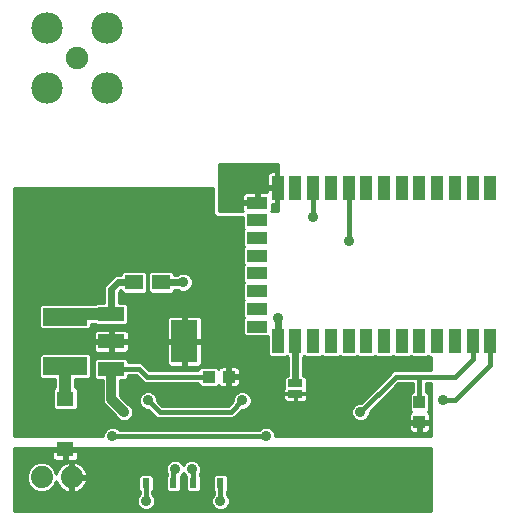
<source format=gbl>
G75*
%MOIN*%
%OFA0B0*%
%FSLAX25Y25*%
%IPPOS*%
%LPD*%
%AMOC8*
5,1,8,0,0,1.08239X$1,22.5*
%
%ADD10R,0.03937X0.07874*%
%ADD11R,0.07087X0.03937*%
%ADD12C,0.07500*%
%ADD13C,0.10500*%
%ADD14R,0.08800X0.04800*%
%ADD15R,0.08661X0.14173*%
%ADD16R,0.04331X0.03937*%
%ADD17R,0.14567X0.05906*%
%ADD18C,0.07400*%
%ADD19R,0.05787X0.05000*%
%ADD20R,0.05000X0.02500*%
%ADD21R,0.03937X0.04331*%
%ADD22R,0.06000X0.05000*%
%ADD23R,0.02480X0.03268*%
%ADD24C,0.04000*%
%ADD25C,0.02400*%
%ADD26C,0.01000*%
%ADD27C,0.03569*%
%ADD28C,0.03200*%
%ADD29C,0.01600*%
D10*
X0092096Y0060953D03*
X0098001Y0060953D03*
X0103907Y0060953D03*
X0109812Y0060953D03*
X0115718Y0060953D03*
X0121623Y0060953D03*
X0127529Y0060953D03*
X0133434Y0060953D03*
X0139340Y0060953D03*
X0145245Y0060953D03*
X0151151Y0060953D03*
X0157056Y0060953D03*
X0162962Y0060953D03*
X0162962Y0112134D03*
X0157056Y0112134D03*
X0151151Y0112134D03*
X0145245Y0112134D03*
X0139340Y0112134D03*
X0133434Y0112134D03*
X0127529Y0112134D03*
X0121623Y0112134D03*
X0115718Y0112134D03*
X0109812Y0112134D03*
X0103907Y0112134D03*
X0098001Y0112134D03*
X0092096Y0112134D03*
D11*
X0085206Y0107213D03*
X0085206Y0101308D03*
X0085206Y0095402D03*
X0085206Y0089497D03*
X0085206Y0083591D03*
X0085206Y0077686D03*
X0085206Y0071780D03*
X0085206Y0065875D03*
D12*
X0025167Y0155441D03*
D13*
X0035206Y0165480D03*
X0015128Y0165480D03*
X0015128Y0145402D03*
X0035206Y0145402D03*
D14*
X0036589Y0070053D03*
X0036589Y0060953D03*
X0036589Y0051853D03*
D15*
X0060989Y0060953D03*
D16*
X0069064Y0049142D03*
X0075757Y0049142D03*
D17*
X0021230Y0052686D03*
X0021230Y0069221D03*
D18*
X0023356Y0015678D03*
X0013356Y0015678D03*
D19*
X0021230Y0024930D03*
X0021230Y0041859D03*
D20*
X0098001Y0043434D03*
X0098001Y0046977D03*
D21*
X0139340Y0040678D03*
X0139340Y0033985D03*
D22*
X0053289Y0080638D03*
X0044289Y0080638D03*
D23*
X0048198Y0013709D03*
X0057253Y0013709D03*
X0063946Y0013709D03*
X0073001Y0013709D03*
D24*
X0021230Y0041859D02*
X0021230Y0052686D01*
X0021230Y0069221D02*
X0022062Y0070053D01*
X0036589Y0070053D01*
D25*
X0036589Y0078281D01*
X0038946Y0080638D01*
X0044289Y0080638D01*
X0053289Y0080638D02*
X0060600Y0080638D01*
X0092096Y0068827D02*
X0092096Y0060953D01*
X0098001Y0060953D02*
X0098001Y0046977D01*
D26*
X0004045Y0025520D02*
X0004045Y0004398D01*
X0143277Y0004398D01*
X0143277Y0025520D01*
X0025623Y0025520D01*
X0025623Y0025430D01*
X0021730Y0025430D01*
X0021730Y0024430D01*
X0025623Y0024430D01*
X0025623Y0022232D01*
X0025521Y0021851D01*
X0025324Y0021509D01*
X0025044Y0021229D01*
X0024702Y0021032D01*
X0024321Y0020930D01*
X0021730Y0020930D01*
X0021730Y0024430D01*
X0020730Y0024430D01*
X0020730Y0020930D01*
X0018138Y0020930D01*
X0017757Y0021032D01*
X0017415Y0021229D01*
X0017136Y0021509D01*
X0016938Y0021851D01*
X0016836Y0022232D01*
X0016836Y0024430D01*
X0020730Y0024430D01*
X0020730Y0025430D01*
X0016836Y0025430D01*
X0016836Y0025520D01*
X0004045Y0025520D01*
X0004045Y0024864D02*
X0020730Y0024864D01*
X0020730Y0023865D02*
X0021730Y0023865D01*
X0021730Y0022867D02*
X0020730Y0022867D01*
X0020730Y0021868D02*
X0021730Y0021868D01*
X0022138Y0020750D02*
X0021360Y0020497D01*
X0020630Y0020125D01*
X0019968Y0019644D01*
X0019389Y0019065D01*
X0018908Y0018403D01*
X0018537Y0017674D01*
X0018284Y0016895D01*
X0018278Y0016860D01*
X0017594Y0018510D01*
X0016188Y0019916D01*
X0014350Y0020678D01*
X0012361Y0020678D01*
X0010523Y0019916D01*
X0009117Y0018510D01*
X0008356Y0016672D01*
X0008356Y0014683D01*
X0009117Y0012845D01*
X0010523Y0011439D01*
X0012361Y0010678D01*
X0014350Y0010678D01*
X0016188Y0011439D01*
X0017594Y0012845D01*
X0018278Y0014496D01*
X0018284Y0014460D01*
X0018537Y0013682D01*
X0018908Y0012952D01*
X0019389Y0012290D01*
X0019968Y0011711D01*
X0020630Y0011230D01*
X0021360Y0010859D01*
X0022138Y0010606D01*
X0022856Y0010492D01*
X0022856Y0015178D01*
X0023856Y0015178D01*
X0023856Y0016178D01*
X0022856Y0016178D01*
X0022856Y0020863D01*
X0022138Y0020750D01*
X0022856Y0019871D02*
X0023856Y0019871D01*
X0023856Y0020863D02*
X0023856Y0016178D01*
X0028541Y0016178D01*
X0028428Y0016895D01*
X0028175Y0017674D01*
X0027803Y0018403D01*
X0027322Y0019065D01*
X0026743Y0019644D01*
X0026081Y0020125D01*
X0025352Y0020497D01*
X0024573Y0020750D01*
X0023856Y0020863D01*
X0025526Y0021868D02*
X0143277Y0021868D01*
X0143277Y0020870D02*
X0065281Y0020870D01*
X0065103Y0021048D02*
X0063969Y0021518D01*
X0062742Y0021518D01*
X0061609Y0021048D01*
X0060741Y0020181D01*
X0060600Y0019840D01*
X0060459Y0020181D01*
X0059591Y0021048D01*
X0058457Y0021518D01*
X0057230Y0021518D01*
X0056097Y0021048D01*
X0055229Y0020181D01*
X0054760Y0019047D01*
X0054760Y0017820D01*
X0055153Y0016870D01*
X0055153Y0016322D01*
X0054713Y0015882D01*
X0054713Y0011537D01*
X0055475Y0010775D01*
X0059032Y0010775D01*
X0059793Y0011537D01*
X0059793Y0015882D01*
X0059723Y0015951D01*
X0060459Y0016686D01*
X0060600Y0017027D01*
X0060741Y0016686D01*
X0061476Y0015951D01*
X0061406Y0015882D01*
X0061406Y0011537D01*
X0062168Y0010775D01*
X0065725Y0010775D01*
X0066486Y0011537D01*
X0066486Y0015882D01*
X0066046Y0016322D01*
X0066046Y0016870D01*
X0066440Y0017820D01*
X0066440Y0019047D01*
X0065970Y0020181D01*
X0065103Y0021048D01*
X0066098Y0019871D02*
X0143277Y0019871D01*
X0143277Y0018873D02*
X0066440Y0018873D01*
X0066440Y0017874D02*
X0143277Y0017874D01*
X0143277Y0016876D02*
X0066049Y0016876D01*
X0066486Y0015877D02*
X0070461Y0015877D01*
X0070461Y0015882D02*
X0070461Y0011537D01*
X0070901Y0011097D01*
X0070901Y0010065D01*
X0070387Y0009551D01*
X0069917Y0008417D01*
X0069917Y0007190D01*
X0070387Y0006057D01*
X0071254Y0005189D01*
X0072388Y0004719D01*
X0073615Y0004719D01*
X0074748Y0005189D01*
X0075616Y0006057D01*
X0076086Y0007190D01*
X0076086Y0008417D01*
X0075616Y0009551D01*
X0075101Y0010065D01*
X0075101Y0011097D01*
X0075541Y0011537D01*
X0075541Y0015882D01*
X0074780Y0016643D01*
X0071223Y0016643D01*
X0070461Y0015882D01*
X0070461Y0014879D02*
X0066486Y0014879D01*
X0066486Y0013880D02*
X0070461Y0013880D01*
X0070461Y0012882D02*
X0066486Y0012882D01*
X0066486Y0011883D02*
X0070461Y0011883D01*
X0070901Y0010885D02*
X0065834Y0010885D01*
X0062058Y0010885D02*
X0059141Y0010885D01*
X0059793Y0011883D02*
X0061406Y0011883D01*
X0061406Y0012882D02*
X0059793Y0012882D01*
X0059793Y0013880D02*
X0061406Y0013880D01*
X0061406Y0014879D02*
X0059793Y0014879D01*
X0059793Y0015877D02*
X0061406Y0015877D01*
X0060663Y0016876D02*
X0060537Y0016876D01*
X0060587Y0019871D02*
X0060613Y0019871D01*
X0061430Y0020870D02*
X0059769Y0020870D01*
X0055918Y0020870D02*
X0004045Y0020870D01*
X0004045Y0021868D02*
X0016933Y0021868D01*
X0016836Y0022867D02*
X0004045Y0022867D01*
X0004045Y0023865D02*
X0016836Y0023865D01*
X0021730Y0024864D02*
X0143277Y0024864D01*
X0143277Y0023865D02*
X0025623Y0023865D01*
X0025623Y0022867D02*
X0143277Y0022867D01*
X0143277Y0029457D02*
X0091243Y0029457D01*
X0091243Y0030071D01*
X0090773Y0031204D01*
X0089906Y0032072D01*
X0088772Y0032541D01*
X0087545Y0032541D01*
X0086412Y0032072D01*
X0085897Y0031557D01*
X0039239Y0031557D01*
X0038725Y0032072D01*
X0037591Y0032541D01*
X0036364Y0032541D01*
X0035231Y0032072D01*
X0034363Y0031204D01*
X0033893Y0030071D01*
X0033893Y0029457D01*
X0004045Y0029457D01*
X0004045Y0112134D01*
X0070611Y0112134D01*
X0070611Y0103515D01*
X0071665Y0102460D01*
X0080363Y0102460D01*
X0080363Y0098801D01*
X0080809Y0098355D01*
X0080363Y0097909D01*
X0080363Y0092895D01*
X0080809Y0092449D01*
X0080363Y0092004D01*
X0080363Y0086990D01*
X0080809Y0086544D01*
X0080363Y0086098D01*
X0080363Y0081084D01*
X0080809Y0080638D01*
X0080363Y0080193D01*
X0080363Y0075179D01*
X0080809Y0074733D01*
X0080363Y0074287D01*
X0080363Y0069273D01*
X0080809Y0068827D01*
X0080363Y0068382D01*
X0080363Y0063368D01*
X0081124Y0062606D01*
X0088827Y0062606D01*
X0088827Y0056478D01*
X0089589Y0055716D01*
X0094603Y0055716D01*
X0095049Y0056162D01*
X0095494Y0055716D01*
X0095501Y0055716D01*
X0095501Y0049527D01*
X0094963Y0049527D01*
X0094201Y0048765D01*
X0094201Y0045432D01*
X0094104Y0045263D01*
X0094001Y0044881D01*
X0094001Y0043559D01*
X0097876Y0043559D01*
X0097876Y0043309D01*
X0094001Y0043309D01*
X0094001Y0041986D01*
X0094104Y0041605D01*
X0094301Y0041263D01*
X0094580Y0040983D01*
X0094922Y0040786D01*
X0095304Y0040684D01*
X0097876Y0040684D01*
X0097876Y0043309D01*
X0098126Y0043309D01*
X0098126Y0043559D01*
X0102001Y0043559D01*
X0102001Y0044881D01*
X0101899Y0045263D01*
X0101801Y0045432D01*
X0101801Y0048765D01*
X0101040Y0049527D01*
X0100501Y0049527D01*
X0100501Y0055716D01*
X0100508Y0055716D01*
X0100954Y0056162D01*
X0101400Y0055716D01*
X0106414Y0055716D01*
X0106860Y0056162D01*
X0107305Y0055716D01*
X0112319Y0055716D01*
X0112765Y0056162D01*
X0113211Y0055716D01*
X0118225Y0055716D01*
X0118671Y0056162D01*
X0119116Y0055716D01*
X0124130Y0055716D01*
X0124576Y0056162D01*
X0125022Y0055716D01*
X0130036Y0055716D01*
X0130482Y0056162D01*
X0130927Y0055716D01*
X0135941Y0055716D01*
X0136387Y0056162D01*
X0136833Y0055716D01*
X0141847Y0055716D01*
X0142293Y0056162D01*
X0142738Y0055716D01*
X0143277Y0055716D01*
X0143277Y0051242D01*
X0130596Y0051242D01*
X0129366Y0050012D01*
X0119769Y0040415D01*
X0119041Y0040415D01*
X0117908Y0039946D01*
X0117040Y0039078D01*
X0116571Y0037945D01*
X0116571Y0036718D01*
X0117040Y0035584D01*
X0117908Y0034717D01*
X0119041Y0034247D01*
X0120268Y0034247D01*
X0121402Y0034717D01*
X0122270Y0035584D01*
X0122739Y0036718D01*
X0122739Y0037446D01*
X0132336Y0047042D01*
X0137240Y0047042D01*
X0137240Y0044143D01*
X0136833Y0044143D01*
X0136071Y0043382D01*
X0136071Y0037974D01*
X0136605Y0037440D01*
X0136450Y0037350D01*
X0136171Y0037071D01*
X0135974Y0036729D01*
X0135871Y0036348D01*
X0135871Y0034469D01*
X0138856Y0034469D01*
X0138856Y0033500D01*
X0139824Y0033500D01*
X0139824Y0030319D01*
X0141506Y0030319D01*
X0141887Y0030422D01*
X0142229Y0030619D01*
X0142509Y0030898D01*
X0142706Y0031240D01*
X0142808Y0031622D01*
X0142808Y0033500D01*
X0139824Y0033500D01*
X0139824Y0034469D01*
X0142808Y0034469D01*
X0142808Y0036348D01*
X0142706Y0036729D01*
X0142509Y0037071D01*
X0142229Y0037350D01*
X0142074Y0037440D01*
X0142608Y0037974D01*
X0142608Y0043382D01*
X0141847Y0044143D01*
X0141440Y0044143D01*
X0141440Y0047042D01*
X0143277Y0047042D01*
X0143277Y0029457D01*
X0143277Y0029856D02*
X0091243Y0029856D01*
X0090918Y0030855D02*
X0136214Y0030855D01*
X0136171Y0030898D02*
X0136450Y0030619D01*
X0136792Y0030422D01*
X0137174Y0030319D01*
X0138856Y0030319D01*
X0138856Y0033500D01*
X0135871Y0033500D01*
X0135871Y0031622D01*
X0135974Y0031240D01*
X0136171Y0030898D01*
X0135871Y0031853D02*
X0090124Y0031853D01*
X0086193Y0031853D02*
X0038943Y0031853D01*
X0040301Y0034247D02*
X0041528Y0034247D01*
X0042662Y0034717D01*
X0043529Y0035584D01*
X0043999Y0036718D01*
X0043999Y0037945D01*
X0043529Y0039078D01*
X0042662Y0039946D01*
X0042217Y0040130D01*
X0039489Y0042858D01*
X0039489Y0048153D01*
X0041527Y0048153D01*
X0042289Y0048915D01*
X0042289Y0049753D01*
X0044814Y0049753D01*
X0047525Y0047042D01*
X0065599Y0047042D01*
X0065599Y0046635D01*
X0066360Y0045874D01*
X0071768Y0045874D01*
X0072302Y0046408D01*
X0072392Y0046253D01*
X0072671Y0045973D01*
X0073013Y0045776D01*
X0073394Y0045674D01*
X0075273Y0045674D01*
X0075273Y0048658D01*
X0076241Y0048658D01*
X0076241Y0045674D01*
X0078120Y0045674D01*
X0078502Y0045776D01*
X0078844Y0045973D01*
X0079123Y0046253D01*
X0079320Y0046595D01*
X0079423Y0046976D01*
X0079423Y0048658D01*
X0076242Y0048658D01*
X0076242Y0049627D01*
X0079423Y0049627D01*
X0079423Y0051308D01*
X0079320Y0051690D01*
X0079123Y0052032D01*
X0078844Y0052311D01*
X0078502Y0052509D01*
X0078120Y0052611D01*
X0076241Y0052611D01*
X0076241Y0049627D01*
X0075273Y0049627D01*
X0075273Y0052611D01*
X0073394Y0052611D01*
X0073013Y0052509D01*
X0072671Y0052311D01*
X0072392Y0052032D01*
X0072302Y0051877D01*
X0071768Y0052411D01*
X0066360Y0052411D01*
X0065599Y0051649D01*
X0065599Y0051242D01*
X0049265Y0051242D01*
X0047784Y0052723D01*
X0046554Y0053953D01*
X0042289Y0053953D01*
X0042289Y0054792D01*
X0041527Y0055553D01*
X0031650Y0055553D01*
X0030889Y0054792D01*
X0030889Y0048915D01*
X0031650Y0048153D01*
X0033689Y0048153D01*
X0033689Y0041080D01*
X0034130Y0040014D01*
X0038116Y0036029D01*
X0038300Y0035584D01*
X0039168Y0034717D01*
X0040301Y0034247D01*
X0039035Y0034849D02*
X0004045Y0034849D01*
X0004045Y0033851D02*
X0138856Y0033851D01*
X0139824Y0033851D02*
X0143277Y0033851D01*
X0143277Y0034849D02*
X0142808Y0034849D01*
X0142808Y0035848D02*
X0143277Y0035848D01*
X0143277Y0036846D02*
X0142639Y0036846D01*
X0142479Y0037845D02*
X0143277Y0037845D01*
X0143277Y0038843D02*
X0142608Y0038843D01*
X0142608Y0039842D02*
X0143277Y0039842D01*
X0143277Y0040840D02*
X0142608Y0040840D01*
X0142608Y0041839D02*
X0143277Y0041839D01*
X0143277Y0042837D02*
X0142608Y0042837D01*
X0142154Y0043836D02*
X0143277Y0043836D01*
X0143277Y0044834D02*
X0141440Y0044834D01*
X0141440Y0045833D02*
X0143277Y0045833D01*
X0143277Y0046831D02*
X0141440Y0046831D01*
X0137240Y0046831D02*
X0132125Y0046831D01*
X0131126Y0045833D02*
X0137240Y0045833D01*
X0137240Y0044834D02*
X0130128Y0044834D01*
X0129129Y0043836D02*
X0136526Y0043836D01*
X0136071Y0042837D02*
X0128131Y0042837D01*
X0127132Y0041839D02*
X0136071Y0041839D01*
X0136071Y0040840D02*
X0126134Y0040840D01*
X0125135Y0039842D02*
X0136071Y0039842D01*
X0136071Y0038843D02*
X0124137Y0038843D01*
X0123138Y0037845D02*
X0136201Y0037845D01*
X0136041Y0036846D02*
X0122739Y0036846D01*
X0122379Y0035848D02*
X0135871Y0035848D01*
X0135871Y0034849D02*
X0121534Y0034849D01*
X0117775Y0034849D02*
X0042794Y0034849D01*
X0043638Y0035848D02*
X0051240Y0035848D01*
X0050626Y0036461D02*
X0051856Y0035231D01*
X0077218Y0035231D01*
X0080170Y0038184D01*
X0080898Y0038184D01*
X0082032Y0038654D01*
X0082899Y0039521D01*
X0083369Y0040655D01*
X0083369Y0041882D01*
X0082899Y0043015D01*
X0082032Y0043883D01*
X0080898Y0044352D01*
X0079671Y0044352D01*
X0078538Y0043883D01*
X0077670Y0043015D01*
X0077201Y0041882D01*
X0077201Y0041154D01*
X0075478Y0039431D01*
X0053596Y0039431D01*
X0051873Y0041154D01*
X0051873Y0041882D01*
X0051403Y0043015D01*
X0050536Y0043883D01*
X0049402Y0044352D01*
X0048175Y0044352D01*
X0047042Y0043883D01*
X0046174Y0043015D01*
X0045704Y0041882D01*
X0045704Y0040655D01*
X0046174Y0039521D01*
X0047042Y0038654D01*
X0048175Y0038184D01*
X0048903Y0038184D01*
X0050626Y0036461D01*
X0050241Y0036846D02*
X0043999Y0036846D01*
X0043999Y0037845D02*
X0049243Y0037845D01*
X0046852Y0038843D02*
X0043627Y0038843D01*
X0042766Y0039842D02*
X0046041Y0039842D01*
X0045704Y0040840D02*
X0041507Y0040840D01*
X0040509Y0041839D02*
X0045704Y0041839D01*
X0046100Y0042837D02*
X0039510Y0042837D01*
X0039489Y0043836D02*
X0046994Y0043836D01*
X0050583Y0043836D02*
X0078490Y0043836D01*
X0077596Y0042837D02*
X0051477Y0042837D01*
X0051873Y0041839D02*
X0077201Y0041839D01*
X0076887Y0040840D02*
X0052187Y0040840D01*
X0053185Y0039842D02*
X0075888Y0039842D01*
X0078832Y0036846D02*
X0116571Y0036846D01*
X0116571Y0037845D02*
X0079831Y0037845D01*
X0082221Y0038843D02*
X0116943Y0038843D01*
X0117803Y0039842D02*
X0083032Y0039842D01*
X0083369Y0040840D02*
X0094828Y0040840D01*
X0094041Y0041839D02*
X0083369Y0041839D01*
X0082973Y0042837D02*
X0094001Y0042837D01*
X0094001Y0043836D02*
X0082079Y0043836D01*
X0079384Y0046831D02*
X0094201Y0046831D01*
X0094201Y0045833D02*
X0078600Y0045833D01*
X0079423Y0047830D02*
X0094201Y0047830D01*
X0094264Y0048828D02*
X0076242Y0048828D01*
X0076241Y0047830D02*
X0075273Y0047830D01*
X0075273Y0046831D02*
X0076241Y0046831D01*
X0076241Y0045833D02*
X0075273Y0045833D01*
X0072915Y0045833D02*
X0039489Y0045833D01*
X0039489Y0046831D02*
X0065599Y0046831D01*
X0065773Y0051824D02*
X0048683Y0051824D01*
X0047685Y0052822D02*
X0055582Y0052822D01*
X0055458Y0052946D02*
X0055738Y0052666D01*
X0056080Y0052469D01*
X0056461Y0052367D01*
X0060490Y0052367D01*
X0060490Y0060453D01*
X0061489Y0060453D01*
X0061489Y0052367D01*
X0065518Y0052367D01*
X0065899Y0052469D01*
X0066241Y0052666D01*
X0066520Y0052946D01*
X0066718Y0053288D01*
X0066820Y0053669D01*
X0066820Y0060453D01*
X0061490Y0060453D01*
X0061490Y0061453D01*
X0066820Y0061453D01*
X0066820Y0068237D01*
X0066718Y0068619D01*
X0066520Y0068961D01*
X0066241Y0069240D01*
X0065899Y0069438D01*
X0065518Y0069540D01*
X0061489Y0069540D01*
X0061489Y0061453D01*
X0060490Y0061453D01*
X0060490Y0069540D01*
X0056461Y0069540D01*
X0056080Y0069438D01*
X0055738Y0069240D01*
X0055458Y0068961D01*
X0055261Y0068619D01*
X0055159Y0068237D01*
X0055159Y0061453D01*
X0060489Y0061453D01*
X0060489Y0060453D01*
X0055159Y0060453D01*
X0055159Y0053669D01*
X0055261Y0053288D01*
X0055458Y0052946D01*
X0055159Y0053821D02*
X0046686Y0053821D01*
X0042189Y0057632D02*
X0042386Y0057974D01*
X0042489Y0058356D01*
X0042489Y0060453D01*
X0037089Y0060453D01*
X0037089Y0061453D01*
X0042489Y0061453D01*
X0042489Y0063551D01*
X0042386Y0063932D01*
X0042189Y0064274D01*
X0041910Y0064554D01*
X0041568Y0064751D01*
X0041186Y0064853D01*
X0037089Y0064853D01*
X0037089Y0061453D01*
X0036089Y0061453D01*
X0036089Y0064853D01*
X0031991Y0064853D01*
X0031610Y0064751D01*
X0031268Y0064554D01*
X0030988Y0064274D01*
X0030791Y0063932D01*
X0030689Y0063551D01*
X0030689Y0061453D01*
X0036089Y0061453D01*
X0036089Y0060453D01*
X0037089Y0060453D01*
X0037089Y0057053D01*
X0041186Y0057053D01*
X0041568Y0057155D01*
X0041910Y0057353D01*
X0042189Y0057632D01*
X0042294Y0057815D02*
X0055159Y0057815D01*
X0055159Y0058813D02*
X0042489Y0058813D01*
X0042489Y0059812D02*
X0055159Y0059812D01*
X0055159Y0061809D02*
X0042489Y0061809D01*
X0042489Y0062807D02*
X0055159Y0062807D01*
X0055159Y0063806D02*
X0042420Y0063806D01*
X0041369Y0064804D02*
X0055159Y0064804D01*
X0055159Y0065803D02*
X0029813Y0065803D01*
X0029813Y0065730D02*
X0029813Y0066753D01*
X0031250Y0066753D01*
X0031650Y0066353D01*
X0041527Y0066353D01*
X0042289Y0067115D01*
X0042289Y0072992D01*
X0041527Y0073753D01*
X0039089Y0073753D01*
X0039089Y0077245D01*
X0039982Y0078138D01*
X0039989Y0078138D01*
X0039989Y0077600D01*
X0040750Y0076838D01*
X0047827Y0076838D01*
X0048589Y0077600D01*
X0048589Y0083677D01*
X0047827Y0084438D01*
X0040750Y0084438D01*
X0039989Y0083677D01*
X0039989Y0083138D01*
X0038449Y0083138D01*
X0037530Y0082758D01*
X0036827Y0082054D01*
X0034469Y0079697D01*
X0034089Y0078778D01*
X0034089Y0073753D01*
X0031650Y0073753D01*
X0031250Y0073353D01*
X0029172Y0073353D01*
X0029052Y0073474D01*
X0013408Y0073474D01*
X0012646Y0072712D01*
X0012646Y0065730D01*
X0013408Y0064968D01*
X0029052Y0064968D01*
X0029813Y0065730D01*
X0031809Y0064804D02*
X0004045Y0064804D01*
X0004045Y0063806D02*
X0030757Y0063806D01*
X0030689Y0062807D02*
X0004045Y0062807D01*
X0004045Y0061809D02*
X0030689Y0061809D01*
X0030689Y0060453D02*
X0030689Y0058356D01*
X0030791Y0057974D01*
X0030988Y0057632D01*
X0031268Y0057353D01*
X0031610Y0057155D01*
X0031991Y0057053D01*
X0036089Y0057053D01*
X0036089Y0060453D01*
X0030689Y0060453D01*
X0030689Y0059812D02*
X0004045Y0059812D01*
X0004045Y0060810D02*
X0036089Y0060810D01*
X0036089Y0059812D02*
X0037089Y0059812D01*
X0037089Y0060810D02*
X0060489Y0060810D01*
X0060490Y0059812D02*
X0061489Y0059812D01*
X0061490Y0060810D02*
X0088827Y0060810D01*
X0088827Y0059812D02*
X0066820Y0059812D01*
X0066820Y0058813D02*
X0088827Y0058813D01*
X0088827Y0057815D02*
X0066820Y0057815D01*
X0066820Y0056816D02*
X0088827Y0056816D01*
X0089487Y0055818D02*
X0066820Y0055818D01*
X0066820Y0054819D02*
X0095501Y0054819D01*
X0095501Y0053821D02*
X0066820Y0053821D01*
X0066397Y0052822D02*
X0095501Y0052822D01*
X0095501Y0051824D02*
X0079243Y0051824D01*
X0079423Y0050825D02*
X0095501Y0050825D01*
X0095501Y0049827D02*
X0079423Y0049827D01*
X0076241Y0049827D02*
X0075273Y0049827D01*
X0075273Y0050825D02*
X0076241Y0050825D01*
X0076241Y0051824D02*
X0075273Y0051824D01*
X0066820Y0061809D02*
X0088827Y0061809D01*
X0094704Y0055818D02*
X0095393Y0055818D01*
X0100501Y0054819D02*
X0143277Y0054819D01*
X0143277Y0053821D02*
X0100501Y0053821D01*
X0100501Y0052822D02*
X0143277Y0052822D01*
X0143277Y0051824D02*
X0100501Y0051824D01*
X0100501Y0050825D02*
X0130179Y0050825D01*
X0129180Y0049827D02*
X0100501Y0049827D01*
X0101738Y0048828D02*
X0128182Y0048828D01*
X0127183Y0047830D02*
X0101801Y0047830D01*
X0101801Y0046831D02*
X0126185Y0046831D01*
X0125186Y0045833D02*
X0101801Y0045833D01*
X0102001Y0044834D02*
X0124188Y0044834D01*
X0123189Y0043836D02*
X0102001Y0043836D01*
X0102001Y0043309D02*
X0098126Y0043309D01*
X0098126Y0040684D01*
X0100699Y0040684D01*
X0101080Y0040786D01*
X0101422Y0040983D01*
X0101702Y0041263D01*
X0101899Y0041605D01*
X0102001Y0041986D01*
X0102001Y0043309D01*
X0102001Y0042837D02*
X0122191Y0042837D01*
X0121192Y0041839D02*
X0101962Y0041839D01*
X0101174Y0040840D02*
X0120194Y0040840D01*
X0116931Y0035848D02*
X0077834Y0035848D01*
X0094001Y0044834D02*
X0039489Y0044834D01*
X0039489Y0047830D02*
X0046738Y0047830D01*
X0045739Y0048828D02*
X0042202Y0048828D01*
X0042261Y0054819D02*
X0055159Y0054819D01*
X0055159Y0055818D02*
X0029813Y0055818D01*
X0029813Y0056177D02*
X0029052Y0056938D01*
X0013408Y0056938D01*
X0012646Y0056177D01*
X0012646Y0049194D01*
X0013408Y0048433D01*
X0017930Y0048433D01*
X0017930Y0045659D01*
X0017797Y0045659D01*
X0017036Y0044897D01*
X0017036Y0038820D01*
X0017797Y0038059D01*
X0024662Y0038059D01*
X0025423Y0038820D01*
X0025423Y0044897D01*
X0024662Y0045659D01*
X0024530Y0045659D01*
X0024530Y0048433D01*
X0029052Y0048433D01*
X0029813Y0049194D01*
X0029813Y0056177D01*
X0029174Y0056816D02*
X0055159Y0056816D01*
X0060490Y0056816D02*
X0061489Y0056816D01*
X0061489Y0055818D02*
X0060490Y0055818D01*
X0060490Y0054819D02*
X0061489Y0054819D01*
X0061489Y0053821D02*
X0060490Y0053821D01*
X0060490Y0052822D02*
X0061489Y0052822D01*
X0061489Y0057815D02*
X0060490Y0057815D01*
X0060490Y0058813D02*
X0061489Y0058813D01*
X0061489Y0061809D02*
X0060490Y0061809D01*
X0060490Y0062807D02*
X0061489Y0062807D01*
X0061489Y0063806D02*
X0060490Y0063806D01*
X0060490Y0064804D02*
X0061489Y0064804D01*
X0061489Y0065803D02*
X0060490Y0065803D01*
X0060490Y0066801D02*
X0061489Y0066801D01*
X0061489Y0067800D02*
X0060490Y0067800D01*
X0060490Y0068798D02*
X0061489Y0068798D01*
X0066614Y0068798D02*
X0080780Y0068798D01*
X0080363Y0067800D02*
X0066820Y0067800D01*
X0066820Y0066801D02*
X0080363Y0066801D01*
X0080363Y0065803D02*
X0066820Y0065803D01*
X0066820Y0064804D02*
X0080363Y0064804D01*
X0080363Y0063806D02*
X0066820Y0063806D01*
X0066820Y0062807D02*
X0080923Y0062807D01*
X0080363Y0069797D02*
X0042289Y0069797D01*
X0042289Y0070795D02*
X0080363Y0070795D01*
X0080363Y0071794D02*
X0042289Y0071794D01*
X0042289Y0072792D02*
X0080363Y0072792D01*
X0080363Y0073791D02*
X0039089Y0073791D01*
X0039089Y0074789D02*
X0080752Y0074789D01*
X0080363Y0075788D02*
X0039089Y0075788D01*
X0039089Y0076787D02*
X0080363Y0076787D01*
X0080363Y0077785D02*
X0061771Y0077785D01*
X0061213Y0077554D02*
X0062347Y0078024D01*
X0063214Y0078891D01*
X0063684Y0080025D01*
X0063684Y0081252D01*
X0063214Y0082385D01*
X0062347Y0083253D01*
X0061213Y0083723D01*
X0059986Y0083723D01*
X0058853Y0083253D01*
X0058738Y0083138D01*
X0057589Y0083138D01*
X0057589Y0083677D01*
X0056827Y0084438D01*
X0049750Y0084438D01*
X0048989Y0083677D01*
X0048989Y0077600D01*
X0049750Y0076838D01*
X0056827Y0076838D01*
X0057589Y0077600D01*
X0057589Y0078138D01*
X0058738Y0078138D01*
X0058853Y0078024D01*
X0059986Y0077554D01*
X0061213Y0077554D01*
X0059429Y0077785D02*
X0057589Y0077785D01*
X0063107Y0078784D02*
X0080363Y0078784D01*
X0080363Y0079782D02*
X0063583Y0079782D01*
X0063684Y0080781D02*
X0080666Y0080781D01*
X0080363Y0081779D02*
X0063466Y0081779D01*
X0062822Y0082778D02*
X0080363Y0082778D01*
X0080363Y0083776D02*
X0057489Y0083776D01*
X0049088Y0083776D02*
X0048489Y0083776D01*
X0048589Y0082778D02*
X0048989Y0082778D01*
X0048989Y0081779D02*
X0048589Y0081779D01*
X0048589Y0080781D02*
X0048989Y0080781D01*
X0048989Y0079782D02*
X0048589Y0079782D01*
X0048589Y0078784D02*
X0048989Y0078784D01*
X0048989Y0077785D02*
X0048589Y0077785D01*
X0039989Y0077785D02*
X0039628Y0077785D01*
X0036551Y0081779D02*
X0004045Y0081779D01*
X0004045Y0080781D02*
X0035553Y0080781D01*
X0034554Y0079782D02*
X0004045Y0079782D01*
X0004045Y0078784D02*
X0034091Y0078784D01*
X0034089Y0077785D02*
X0004045Y0077785D01*
X0004045Y0076787D02*
X0034089Y0076787D01*
X0034089Y0075788D02*
X0004045Y0075788D01*
X0004045Y0074789D02*
X0034089Y0074789D01*
X0034089Y0073791D02*
X0004045Y0073791D01*
X0004045Y0072792D02*
X0012726Y0072792D01*
X0012646Y0071794D02*
X0004045Y0071794D01*
X0004045Y0070795D02*
X0012646Y0070795D01*
X0012646Y0069797D02*
X0004045Y0069797D01*
X0004045Y0068798D02*
X0012646Y0068798D01*
X0012646Y0067800D02*
X0004045Y0067800D01*
X0004045Y0066801D02*
X0012646Y0066801D01*
X0012646Y0065803D02*
X0004045Y0065803D01*
X0004045Y0058813D02*
X0030689Y0058813D01*
X0030883Y0057815D02*
X0004045Y0057815D01*
X0004045Y0056816D02*
X0013286Y0056816D01*
X0012646Y0055818D02*
X0004045Y0055818D01*
X0004045Y0054819D02*
X0012646Y0054819D01*
X0012646Y0053821D02*
X0004045Y0053821D01*
X0004045Y0052822D02*
X0012646Y0052822D01*
X0012646Y0051824D02*
X0004045Y0051824D01*
X0004045Y0050825D02*
X0012646Y0050825D01*
X0012646Y0049827D02*
X0004045Y0049827D01*
X0004045Y0048828D02*
X0013012Y0048828D01*
X0017930Y0047830D02*
X0004045Y0047830D01*
X0004045Y0046831D02*
X0017930Y0046831D01*
X0017930Y0045833D02*
X0004045Y0045833D01*
X0004045Y0044834D02*
X0017036Y0044834D01*
X0017036Y0043836D02*
X0004045Y0043836D01*
X0004045Y0042837D02*
X0017036Y0042837D01*
X0017036Y0041839D02*
X0004045Y0041839D01*
X0004045Y0040840D02*
X0017036Y0040840D01*
X0017036Y0039842D02*
X0004045Y0039842D01*
X0004045Y0038843D02*
X0017036Y0038843D01*
X0025423Y0038843D02*
X0035302Y0038843D01*
X0036300Y0037845D02*
X0004045Y0037845D01*
X0004045Y0036846D02*
X0037299Y0036846D01*
X0038191Y0035848D02*
X0004045Y0035848D01*
X0004045Y0032852D02*
X0135871Y0032852D01*
X0138856Y0032852D02*
X0139824Y0032852D01*
X0139824Y0031853D02*
X0138856Y0031853D01*
X0138856Y0030855D02*
X0139824Y0030855D01*
X0142465Y0030855D02*
X0143277Y0030855D01*
X0143277Y0031853D02*
X0142808Y0031853D01*
X0142808Y0032852D02*
X0143277Y0032852D01*
X0143277Y0015877D02*
X0075541Y0015877D01*
X0075541Y0014879D02*
X0143277Y0014879D01*
X0143277Y0013880D02*
X0075541Y0013880D01*
X0075541Y0012882D02*
X0143277Y0012882D01*
X0143277Y0011883D02*
X0075541Y0011883D01*
X0075101Y0010885D02*
X0143277Y0010885D01*
X0143277Y0009886D02*
X0075280Y0009886D01*
X0075891Y0008888D02*
X0143277Y0008888D01*
X0143277Y0007889D02*
X0076086Y0007889D01*
X0075962Y0006891D02*
X0143277Y0006891D01*
X0143277Y0005892D02*
X0075452Y0005892D01*
X0074036Y0004894D02*
X0143277Y0004894D01*
X0098126Y0040840D02*
X0097876Y0040840D01*
X0097876Y0041839D02*
X0098126Y0041839D01*
X0098126Y0042837D02*
X0097876Y0042837D01*
X0100610Y0055818D02*
X0101298Y0055818D01*
X0106515Y0055818D02*
X0107204Y0055818D01*
X0112421Y0055818D02*
X0113109Y0055818D01*
X0118326Y0055818D02*
X0119015Y0055818D01*
X0124232Y0055818D02*
X0124920Y0055818D01*
X0130137Y0055818D02*
X0130826Y0055818D01*
X0136043Y0055818D02*
X0136731Y0055818D01*
X0141948Y0055818D02*
X0142637Y0055818D01*
X0092096Y0104260D02*
X0089886Y0104260D01*
X0089950Y0104324D01*
X0090147Y0104666D01*
X0090249Y0105047D01*
X0090249Y0106697D01*
X0091612Y0106697D01*
X0091612Y0111650D01*
X0092096Y0111650D01*
X0092096Y0104260D01*
X0092096Y0104745D02*
X0090168Y0104745D01*
X0090249Y0105743D02*
X0092096Y0105743D01*
X0092096Y0106742D02*
X0091612Y0106742D01*
X0091612Y0107740D02*
X0092096Y0107740D01*
X0092096Y0108739D02*
X0091612Y0108739D01*
X0091612Y0109737D02*
X0092096Y0109737D01*
X0092096Y0110736D02*
X0091612Y0110736D01*
X0091611Y0111650D02*
X0088627Y0111650D01*
X0088627Y0110682D01*
X0085690Y0110682D01*
X0085690Y0107697D01*
X0084722Y0107697D01*
X0084722Y0106729D01*
X0080163Y0106729D01*
X0080163Y0105047D01*
X0080265Y0104666D01*
X0080462Y0104324D01*
X0080526Y0104260D01*
X0072411Y0104260D01*
X0072411Y0120008D01*
X0092096Y0120008D01*
X0092096Y0112619D01*
X0091612Y0112619D01*
X0091612Y0117571D01*
X0089930Y0117571D01*
X0089548Y0117469D01*
X0089206Y0117272D01*
X0088927Y0116992D01*
X0088730Y0116650D01*
X0088627Y0116269D01*
X0088627Y0112619D01*
X0091611Y0112619D01*
X0091611Y0111650D01*
X0091611Y0111734D02*
X0072411Y0111734D01*
X0072411Y0110736D02*
X0088627Y0110736D01*
X0088627Y0112733D02*
X0072411Y0112733D01*
X0072411Y0113731D02*
X0088627Y0113731D01*
X0088627Y0114730D02*
X0072411Y0114730D01*
X0072411Y0115728D02*
X0088627Y0115728D01*
X0088774Y0116727D02*
X0072411Y0116727D01*
X0072411Y0117725D02*
X0092096Y0117725D01*
X0092096Y0116727D02*
X0091612Y0116727D01*
X0091612Y0115728D02*
X0092096Y0115728D01*
X0092096Y0114730D02*
X0091612Y0114730D01*
X0091612Y0113731D02*
X0092096Y0113731D01*
X0092096Y0112733D02*
X0091612Y0112733D01*
X0085690Y0109737D02*
X0084722Y0109737D01*
X0084722Y0110682D02*
X0081465Y0110682D01*
X0081084Y0110579D01*
X0080742Y0110382D01*
X0080462Y0110103D01*
X0080265Y0109761D01*
X0080163Y0109379D01*
X0080163Y0107697D01*
X0084722Y0107697D01*
X0084722Y0110682D01*
X0084722Y0108739D02*
X0085690Y0108739D01*
X0085690Y0107740D02*
X0084722Y0107740D01*
X0084722Y0106742D02*
X0072411Y0106742D01*
X0072411Y0107740D02*
X0080163Y0107740D01*
X0080163Y0108739D02*
X0072411Y0108739D01*
X0072411Y0109737D02*
X0080259Y0109737D01*
X0080163Y0105743D02*
X0072411Y0105743D01*
X0072411Y0104745D02*
X0080244Y0104745D01*
X0080363Y0101749D02*
X0004045Y0101749D01*
X0004045Y0100751D02*
X0080363Y0100751D01*
X0080363Y0099752D02*
X0004045Y0099752D01*
X0004045Y0098754D02*
X0080410Y0098754D01*
X0080363Y0097755D02*
X0004045Y0097755D01*
X0004045Y0096757D02*
X0080363Y0096757D01*
X0080363Y0095758D02*
X0004045Y0095758D01*
X0004045Y0094760D02*
X0080363Y0094760D01*
X0080363Y0093761D02*
X0004045Y0093761D01*
X0004045Y0092763D02*
X0080495Y0092763D01*
X0080363Y0091764D02*
X0004045Y0091764D01*
X0004045Y0090766D02*
X0080363Y0090766D01*
X0080363Y0089767D02*
X0004045Y0089767D01*
X0004045Y0088769D02*
X0080363Y0088769D01*
X0080363Y0087770D02*
X0004045Y0087770D01*
X0004045Y0086772D02*
X0080581Y0086772D01*
X0080363Y0085773D02*
X0004045Y0085773D01*
X0004045Y0084775D02*
X0080363Y0084775D01*
X0071378Y0102748D02*
X0004045Y0102748D01*
X0004045Y0103746D02*
X0070611Y0103746D01*
X0070611Y0104745D02*
X0004045Y0104745D01*
X0004045Y0105743D02*
X0070611Y0105743D01*
X0070611Y0106742D02*
X0004045Y0106742D01*
X0004045Y0107740D02*
X0070611Y0107740D01*
X0070611Y0108739D02*
X0004045Y0108739D01*
X0004045Y0109737D02*
X0070611Y0109737D01*
X0070611Y0110736D02*
X0004045Y0110736D01*
X0004045Y0111734D02*
X0070611Y0111734D01*
X0072411Y0118724D02*
X0092096Y0118724D01*
X0092096Y0119722D02*
X0072411Y0119722D01*
X0040088Y0083776D02*
X0004045Y0083776D01*
X0004045Y0082778D02*
X0037578Y0082778D01*
X0042289Y0068798D02*
X0055365Y0068798D01*
X0055159Y0067800D02*
X0042289Y0067800D01*
X0041975Y0066801D02*
X0055159Y0066801D01*
X0037089Y0064804D02*
X0036089Y0064804D01*
X0036089Y0063806D02*
X0037089Y0063806D01*
X0037089Y0062807D02*
X0036089Y0062807D01*
X0036089Y0061809D02*
X0037089Y0061809D01*
X0037089Y0058813D02*
X0036089Y0058813D01*
X0036089Y0057815D02*
X0037089Y0057815D01*
X0030916Y0054819D02*
X0029813Y0054819D01*
X0029813Y0053821D02*
X0030889Y0053821D01*
X0030889Y0052822D02*
X0029813Y0052822D01*
X0029813Y0051824D02*
X0030889Y0051824D01*
X0030889Y0050825D02*
X0029813Y0050825D01*
X0029813Y0049827D02*
X0030889Y0049827D01*
X0030975Y0048828D02*
X0029447Y0048828D01*
X0033689Y0047830D02*
X0024530Y0047830D01*
X0024530Y0046831D02*
X0033689Y0046831D01*
X0033689Y0045833D02*
X0024530Y0045833D01*
X0025423Y0044834D02*
X0033689Y0044834D01*
X0033689Y0043836D02*
X0025423Y0043836D01*
X0025423Y0042837D02*
X0033689Y0042837D01*
X0033689Y0041839D02*
X0025423Y0041839D01*
X0025423Y0040840D02*
X0033788Y0040840D01*
X0034303Y0039842D02*
X0025423Y0039842D01*
X0035012Y0031853D02*
X0004045Y0031853D01*
X0004045Y0030855D02*
X0034218Y0030855D01*
X0033893Y0029856D02*
X0004045Y0029856D01*
X0004045Y0019871D02*
X0010478Y0019871D01*
X0009480Y0018873D02*
X0004045Y0018873D01*
X0004045Y0017874D02*
X0008854Y0017874D01*
X0008440Y0016876D02*
X0004045Y0016876D01*
X0004045Y0015877D02*
X0008356Y0015877D01*
X0008356Y0014879D02*
X0004045Y0014879D01*
X0004045Y0013880D02*
X0008688Y0013880D01*
X0009102Y0012882D02*
X0004045Y0012882D01*
X0004045Y0011883D02*
X0010079Y0011883D01*
X0011861Y0010885D02*
X0004045Y0010885D01*
X0004045Y0009886D02*
X0045919Y0009886D01*
X0046098Y0010065D02*
X0045583Y0009551D01*
X0045114Y0008417D01*
X0045114Y0007190D01*
X0045583Y0006057D01*
X0046451Y0005189D01*
X0047585Y0004719D01*
X0048812Y0004719D01*
X0049945Y0005189D01*
X0050813Y0006057D01*
X0051282Y0007190D01*
X0051282Y0008417D01*
X0050813Y0009551D01*
X0050298Y0010065D01*
X0050298Y0011097D01*
X0050738Y0011537D01*
X0050738Y0015882D01*
X0049977Y0016643D01*
X0046420Y0016643D01*
X0045658Y0015882D01*
X0045658Y0011537D01*
X0046098Y0011097D01*
X0046098Y0010065D01*
X0046098Y0010885D02*
X0025403Y0010885D01*
X0025352Y0010859D02*
X0026081Y0011230D01*
X0026743Y0011711D01*
X0027322Y0012290D01*
X0027803Y0012952D01*
X0028175Y0013682D01*
X0028428Y0014460D01*
X0028541Y0015178D01*
X0023856Y0015178D01*
X0023856Y0010492D01*
X0024573Y0010606D01*
X0025352Y0010859D01*
X0023856Y0010885D02*
X0022856Y0010885D01*
X0022856Y0011883D02*
X0023856Y0011883D01*
X0023856Y0012882D02*
X0022856Y0012882D01*
X0022856Y0013880D02*
X0023856Y0013880D01*
X0023856Y0014879D02*
X0022856Y0014879D01*
X0023856Y0015877D02*
X0045658Y0015877D01*
X0045658Y0014879D02*
X0028494Y0014879D01*
X0028239Y0013880D02*
X0045658Y0013880D01*
X0045658Y0012882D02*
X0027752Y0012882D01*
X0026915Y0011883D02*
X0045658Y0011883D01*
X0045309Y0008888D02*
X0004045Y0008888D01*
X0004045Y0007889D02*
X0045114Y0007889D01*
X0045238Y0006891D02*
X0004045Y0006891D01*
X0004045Y0005892D02*
X0045748Y0005892D01*
X0047164Y0004894D02*
X0004045Y0004894D01*
X0014850Y0010885D02*
X0021308Y0010885D01*
X0019796Y0011883D02*
X0016632Y0011883D01*
X0017609Y0012882D02*
X0018959Y0012882D01*
X0018472Y0013880D02*
X0018023Y0013880D01*
X0018271Y0016876D02*
X0018281Y0016876D01*
X0018639Y0017874D02*
X0017858Y0017874D01*
X0017232Y0018873D02*
X0019250Y0018873D01*
X0020281Y0019871D02*
X0016233Y0019871D01*
X0022856Y0018873D02*
X0023856Y0018873D01*
X0023856Y0017874D02*
X0022856Y0017874D01*
X0022856Y0016876D02*
X0023856Y0016876D01*
X0026430Y0019871D02*
X0055101Y0019871D01*
X0054760Y0018873D02*
X0027462Y0018873D01*
X0028072Y0017874D02*
X0054760Y0017874D01*
X0055151Y0016876D02*
X0028431Y0016876D01*
X0050298Y0010885D02*
X0055365Y0010885D01*
X0054713Y0011883D02*
X0050738Y0011883D01*
X0050738Y0012882D02*
X0054713Y0012882D01*
X0054713Y0013880D02*
X0050738Y0013880D01*
X0050738Y0014879D02*
X0054713Y0014879D01*
X0054713Y0015877D02*
X0050738Y0015877D01*
X0050477Y0009886D02*
X0070722Y0009886D01*
X0070112Y0008888D02*
X0051087Y0008888D01*
X0051282Y0007889D02*
X0069917Y0007889D01*
X0070041Y0006891D02*
X0051158Y0006891D01*
X0050648Y0005892D02*
X0070551Y0005892D01*
X0071967Y0004894D02*
X0049232Y0004894D01*
D27*
X0048198Y0007804D03*
X0057844Y0018434D03*
X0063356Y0018434D03*
X0067982Y0017646D03*
X0073001Y0007804D03*
X0088159Y0029457D03*
X0080285Y0041268D03*
X0092096Y0068827D03*
X0115718Y0094418D03*
X0103907Y0102292D03*
X0084222Y0116071D03*
X0076348Y0116071D03*
X0076348Y0108197D03*
X0060600Y0080638D03*
X0025167Y0060953D03*
X0048789Y0041268D03*
X0040915Y0037331D03*
X0036978Y0029457D03*
X0119655Y0037331D03*
X0130974Y0017646D03*
X0147214Y0041268D03*
D28*
X0040915Y0037331D02*
X0036589Y0041657D01*
X0036589Y0051853D01*
D29*
X0045684Y0051853D01*
X0048395Y0049142D01*
X0069064Y0049142D01*
X0080285Y0041268D02*
X0076348Y0037331D01*
X0052726Y0037331D01*
X0048789Y0041268D01*
X0036978Y0029457D02*
X0088159Y0029457D01*
X0073001Y0013709D02*
X0073001Y0007804D01*
X0063946Y0013709D02*
X0063946Y0017843D01*
X0063356Y0018434D01*
X0057844Y0018434D02*
X0057253Y0017843D01*
X0057253Y0013709D01*
X0048198Y0013709D02*
X0048198Y0007804D01*
X0119655Y0037331D02*
X0131466Y0049142D01*
X0139340Y0049142D01*
X0139340Y0040678D01*
X0147214Y0041268D02*
X0151151Y0041268D01*
X0162962Y0053079D01*
X0162962Y0060953D01*
X0157056Y0060953D02*
X0157056Y0055048D01*
X0151151Y0049142D01*
X0139340Y0049142D01*
X0115718Y0094418D02*
X0115718Y0112134D01*
X0103907Y0112134D02*
X0103907Y0102292D01*
M02*

</source>
